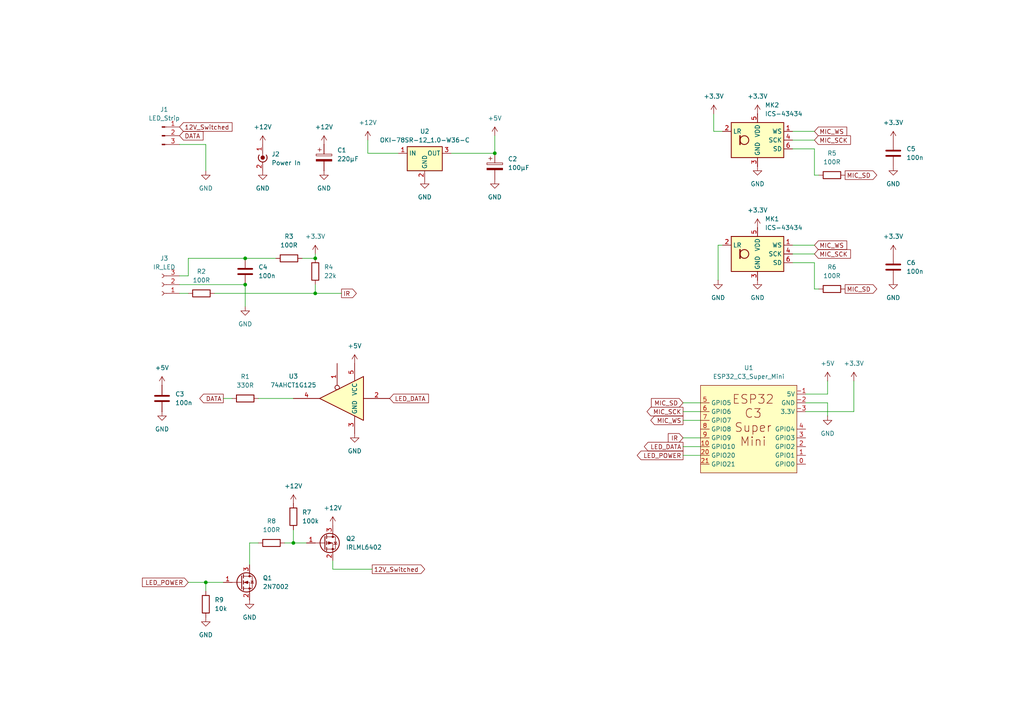
<source format=kicad_sch>
(kicad_sch (version 20250114) (generator "eeschema") (generator_version "9.0")
  (paper "A4")
  (lib_symbols
    (symbol "74xGxx:74AHCT1G125"
      (property "Reference" "U" (at -2.54 3.81 0))
      (property "Value" "74AHCT1G125" (at 0 -3.81 0))
      (symbol "74AHCT1G125_0_1"
        (polyline (pts (xy -7.62 6.35) (xy -7.62 -6.35) (xy 5.08 0) (xy -7.62 6.35)) (stroke (width 0.254)) (fill (type background)))
      )
      (symbol "74AHCT1G125_1_1"
        (pin input line (at -15.24 0 0) (length 7.62) (name "~") (number "2"))
        (pin power_in line (at -5.08 10.16 270) (length 5.08) (name "VCC") (number "5"))
        (pin power_in line (at -5.08 -10.16 90) (length 5.08) (name "GND") (number "3"))
        (pin input inverted (at 0 10.16 270) (length 7.62) (name "~") (number "1"))
        (pin tri_state line (at 12.7 0 180) (length 7.62) (name "~") (number "4"))
      )
    )
    (symbol "Connector:Conn_01x03_Pin" (pin_names (offset 1.016) (hide yes))
      (property "Reference" "J" (at 0 5.08 0))
      (property "Value" "Conn_01x03_Pin" (at 0 -5.08 0))
      (symbol "Conn_01x03_Pin_1_1"
        (rectangle (start 0.8636 2.667) (end 0 2.413) (stroke (width 0.1524)) (fill (type outline)))
        (rectangle (start 0.8636 0.127) (end 0 -0.127) (stroke (width 0.1524)) (fill (type outline)))
        (rectangle (start 0.8636 -2.413) (end 0 -2.667) (stroke (width 0.1524)) (fill (type outline)))
        (polyline (pts (xy 1.27 2.54) (xy 0.8636 2.54)) (stroke (width 0.1524)))
        (polyline (pts (xy 1.27 0) (xy 0.8636 0)) (stroke (width 0.1524)))
        (polyline (pts (xy 1.27 -2.54) (xy 0.8636 -2.54)) (stroke (width 0.1524)))
        (pin passive line (at 5.08 2.54 180) (length 3.81) (name "Pin_1") (number "1"))
        (pin passive line (at 5.08 0 180) (length 3.81) (name "Pin_2") (number "2"))
        (pin passive line (at 5.08 -2.54 180) (length 3.81) (name "Pin_3") (number "3"))
      )
    )
    (symbol "Connector:Conn_01x03_Socket" (pin_names (offset 1.016) (hide yes))
      (property "Reference" "J" (at 0 5.08 0))
      (property "Value" "Conn_01x03_Socket" (at 0 -5.08 0))
      (symbol "Conn_01x03_Socket_1_1"
        (polyline (pts (xy -1.27 2.54) (xy -0.508 2.54)) (stroke (width 0.1524)))
        (polyline (pts (xy -1.27 0) (xy -0.508 0)) (stroke (width 0.1524)))
        (polyline (pts (xy -1.27 -2.54) (xy -0.508 -2.54)) (stroke (width 0.1524)))
        (arc (start 0 2.032) (mid -0.5058 2.54) (end 0 3.048) (stroke (width 0.1524)))
        (arc (start 0 -0.508) (mid -0.5058 0) (end 0 0.508) (stroke (width 0.1524)))
        (arc (start 0 -3.048) (mid -0.5058 -2.54) (end 0 -2.032) (stroke (width 0.1524)))
        (pin passive line (at -5.08 2.54 0) (length 3.81) (name "Pin_1") (number "1"))
        (pin passive line (at -5.08 0 0) (length 3.81) (name "Pin_2") (number "2"))
        (pin passive line (at -5.08 -2.54 0) (length 3.81) (name "Pin_3") (number "3"))
      )
    )
    (symbol "Connector:Conn_Coaxial_Power" (pin_names (offset 1.016) (hide yes))
      (property "Reference" "J" (at -5.08 -1.27 90))
      (property "Value" "Conn_Coaxial_Power" (at -3.175 -1.27 90))
      (symbol "Conn_Coaxial_Power_0_1"
        (arc (start 1.016 -0.508) (mid 1.2048 -0.8684) (end 1.27 -1.27) (stroke (width 0.254)))
        (polyline (pts (xy 0 0) (xy 0 -1.27)))
        (arc (start 1.27 -1.27) (mid 0 -2.5345) (end -1.27 -1.27) (stroke (width 0.254)))
        (arc (start -1.27 -1.27) (mid -1.2048 -0.8684) (end -1.016 -0.508) (stroke (width 0.254)))
        (circle (center 0 -1.27) (radius 0.508) (stroke (width 0.2032)) (fill (type outline)))
        (polyline (pts (xy 0 -2.54) (xy 0 -3.048)))
      )
      (symbol "Conn_Coaxial_Power_1_1"
        (pin passive line (at 0 2.54 270) (length 2.54) (name "In") (number "1"))
        (pin passive line (at 0 -5.08 90) (length 2.54) (name "Ext") (number "2"))
      )
    )
    (symbol "Converter_DCDC:OKI-78SR-12_1.0-W36-C"
      (property "Reference" "U" (at -3.81 3.175 0))
      (property "Value" "OKI-78SR-12_1.0-W36-C" (at 0 3.175 0))
      (symbol "OKI-78SR-12_1.0-W36-C_0_1"
        (rectangle (start -5.08 1.905) (end 5.08 -5.08) (stroke (width 0.254)) (fill (type background)))
      )
      (symbol "OKI-78SR-12_1.0-W36-C_1_1"
        (pin power_in line (at -7.62 0 0) (length 2.54) (name "IN") (number "1"))
        (pin power_in line (at 0 -7.62 90) (length 2.54) (name "GND") (number "2"))
        (pin power_out line (at 7.62 0 180) (length 2.54) (name "OUT") (number "3"))
      )
    )
    (symbol "Device:C" (pin_numbers (hide yes)) (pin_names (offset 0.254))
      (property "Reference" "C" (at 0.635 2.54 0))
      (property "Value" "C" (at 0.635 -2.54 0))
      (symbol "C_0_1"
        (polyline (pts (xy -2.032 0.762) (xy 2.032 0.762)) (stroke (width 0.508)))
        (polyline (pts (xy -2.032 -0.762) (xy 2.032 -0.762)) (stroke (width 0.508)))
      )
      (symbol "C_1_1"
        (pin passive line (at 0 3.81 270) (length 2.794) (name "~") (number "1"))
        (pin passive line (at 0 -3.81 90) (length 2.794) (name "~") (number "2"))
      )
    )
    (symbol "Device:C_Polarized" (pin_numbers (hide yes)) (pin_names (offset 0.254))
      (property "Reference" "C" (at 0.635 2.54 0))
      (property "Value" "C_Polarized" (at 0.635 -2.54 0))
      (symbol "C_Polarized_0_1"
        (rectangle (start -2.286 0.508) (end 2.286 1.016))
        (polyline (pts (xy -1.778 2.286) (xy -0.762 2.286)))
        (polyline (pts (xy -1.27 2.794) (xy -1.27 1.778)))
        (rectangle (start 2.286 -0.508) (end -2.286 -1.016) (fill (type outline)))
      )
      (symbol "C_Polarized_1_1"
        (pin passive line (at 0 3.81 270) (length 2.794) (name "~") (number "1"))
        (pin passive line (at 0 -3.81 90) (length 2.794) (name "~") (number "2"))
      )
    )
    (symbol "Device:R" (pin_numbers (hide yes)) (pin_names (offset 0))
      (property "Reference" "R" (at 2.032 0 90))
      (property "Value" "R" (at 0 0 90))
      (symbol "R_0_1"
        (rectangle (start -1.016 -2.54) (end 1.016 2.54) (stroke (width 0.254)))
      )
      (symbol "R_1_1"
        (pin passive line (at 0 3.81 270) (length 1.27) (name "~") (number "1"))
        (pin passive line (at 0 -3.81 90) (length 1.27) (name "~") (number "2"))
      )
    )
    (symbol "Esp20A80V:ESP32_C2_Super_Mini"
      (property "Reference" "U" (at -12.7 12.7 0))
      (property "Value" "ESP32_C3_Super_Mini" (at -7.62 12.7 0))
      (symbol "ESP32_C2_Super_Mini_0_1"
        (rectangle (start -15.24 10.16) (end 12.7 -15.24) (fill (type background)))
      )
      (symbol "ESP32_C2_Super_Mini_1_0"
        (text "ESP32\nC3\nSuper\nMini" (at 0 0 0) (effects (font (size 2.54 2.54))))
      )
      (symbol "ESP32_C2_Super_Mini_1_1"
        (pin bidirectional line (at -15.24 5.08 0) (length 2.54) (name "GPIO5") (number "5"))
        (pin bidirectional line (at -15.24 2.54 0) (length 2.54) (name "GPIO6") (number "6"))
        (pin bidirectional line (at -15.24 0 0) (length 2.54) (name "GPIO7") (number "7"))
        (pin bidirectional line (at -15.24 -2.54 0) (length 2.54) (name "GPIO8") (number "8"))
        (pin bidirectional line (at -15.24 -5.08 0) (length 2.54) (name "GPIO9") (number "9"))
        (pin bidirectional line (at -15.24 -7.62 0) (length 2.54) (name "GPIO10") (number "10"))
        (pin bidirectional line (at -15.24 -10.16 0) (length 2.54) (name "GPIO20") (number "20"))
        (pin bidirectional line (at -15.24 -12.7 0) (length 2.54) (name "GPIO21") (number "21"))
        (pin power_in line (at 15.24 7.62 180) (length 2.54) (name "5V") (number "-1"))
        (pin power_in line (at 15.24 5.08 180) (length 2.54) (name "GND") (number "-2"))
        (pin power_out line (at 15.24 2.54 180) (length 2.54) (name "3.3V") (number "-3"))
        (pin bidirectional line (at 15.24 -2.54 180) (length 2.54) (name "GPIO4") (number "4"))
        (pin bidirectional line (at 15.24 -5.08 180) (length 2.54) (name "GPIO3") (number "3"))
        (pin bidirectional line (at 15.24 -7.62 180) (length 2.54) (name "GPIO2") (number "2"))
        (pin bidirectional line (at 15.24 -10.16 180) (length 2.54) (name "GPIO1") (number "1"))
        (pin bidirectional line (at 15.24 -12.7 180) (length 2.54) (name "GPIO0") (number "0"))
      )
    )
    (symbol "Sensor_Audio:ICS-43434"
      (property "Reference" "MK" (at -7.62 6.35 0))
      (property "Value" "ICS-43434" (at 1.27 6.35 0))
      (symbol "ICS-43434_1_1"
        (rectangle (start -7.62 5.08) (end 7.62 -5.08) (stroke (width 0.254)) (fill (type background)))
        (polyline (pts (xy -5.08 1.27) (xy -5.08 -1.27)) (stroke (width 0.381)))
        (circle (center -3.81 0) (radius 1.27) (stroke (width 0.254)))
        (pin input line (at -10.16 2.54 0) (length 2.54) (name "LR") (number "2"))
        (pin power_in line (at 0 7.62 270) (length 2.54) (name "VDD") (number "5"))
        (pin power_in line (at 0 -7.62 90) (length 2.54) (name "GND") (number "3"))
        (pin input line (at 10.16 2.54 180) (length 2.54) (name "WS") (number "1"))
        (pin input line (at 10.16 0 180) (length 2.54) (name "SCK") (number "4"))
        (pin output line (at 10.16 -2.54 180) (length 2.54) (name "SD") (number "6"))
      )
    )
    (symbol "Transistor_FET:2N7002" (pin_names (offset 0) (hide yes))
      (property "Reference" "Q" (at 5.08 1.905 0))
      (property "Value" "2N7002" (at 5.08 0 0))
      (symbol "2N7002_0_1"
        (polyline (pts (xy 0.254 1.905) (xy 0.254 -1.905)) (stroke (width 0.254)))
        (polyline (pts (xy 0.254 0) (xy -2.54 0)))
        (polyline (pts (xy 0.762 2.286) (xy 0.762 1.27)) (stroke (width 0.254)))
        (polyline (pts (xy 0.762 0.508) (xy 0.762 -0.508)) (stroke (width 0.254)))
        (polyline (pts (xy 0.762 -1.27) (xy 0.762 -2.286)) (stroke (width 0.254)))
        (polyline (pts (xy 0.762 -1.778) (xy 3.302 -1.778) (xy 3.302 1.778) (xy 0.762 1.778)))
        (polyline (pts (xy 1.016 0) (xy 2.032 0.381) (xy 2.032 -0.381) (xy 1.016 0)) (fill (type outline)))
        (circle (center 1.651 0) (radius 2.794) (stroke (width 0.254)))
        (polyline (pts (xy 2.54 2.54) (xy 2.54 1.778)))
        (circle (center 2.54 1.778) (radius 0.254) (fill (type outline)))
        (circle (center 2.54 -1.778) (radius 0.254) (fill (type outline)))
        (polyline (pts (xy 2.54 -2.54) (xy 2.54 0) (xy 0.762 0)))
        (polyline (pts (xy 2.921 0.381) (xy 3.683 0.381)))
        (polyline (pts (xy 3.302 0.381) (xy 2.921 -0.254) (xy 3.683 -0.254) (xy 3.302 0.381)))
      )
      (symbol "2N7002_1_1"
        (pin input line (at -5.08 0 0) (length 2.54) (name "G") (number "1"))
        (pin passive line (at 2.54 5.08 270) (length 2.54) (name "D") (number "3"))
        (pin passive line (at 2.54 -5.08 90) (length 2.54) (name "S") (number "2"))
      )
    )
    (symbol "Transistor_FET:IRLML6402" (pin_names (hide yes))
      (property "Reference" "Q" (at 5.08 1.905 0))
      (property "Value" "IRLML6402" (at 5.08 0 0))
      (symbol "IRLML6402_0_1"
        (polyline (pts (xy 0.254 1.905) (xy 0.254 -1.905)) (stroke (width 0.254)))
        (polyline (pts (xy 0.254 0) (xy -2.54 0)))
        (polyline (pts (xy 0.762 2.286) (xy 0.762 1.27)) (stroke (width 0.254)))
        (polyline (pts (xy 0.762 1.778) (xy 3.302 1.778) (xy 3.302 -1.778) (xy 0.762 -1.778)))
        (polyline (pts (xy 0.762 0.508) (xy 0.762 -0.508)) (stroke (width 0.254)))
        (polyline (pts (xy 0.762 -1.27) (xy 0.762 -2.286)) (stroke (width 0.254)))
        (circle (center 1.651 0) (radius 2.794) (stroke (width 0.254)))
        (polyline (pts (xy 2.286 0) (xy 1.27 0.381) (xy 1.27 -0.381) (xy 2.286 0)) (fill (type outline)))
        (polyline (pts (xy 2.54 2.54) (xy 2.54 1.778)))
        (circle (center 2.54 1.778) (radius 0.254) (fill (type outline)))
        (circle (center 2.54 -1.778) (radius 0.254) (fill (type outline)))
        (polyline (pts (xy 2.54 -2.54) (xy 2.54 0) (xy 0.762 0)))
        (polyline (pts (xy 2.794 -0.508) (xy 2.921 -0.381) (xy 3.683 -0.381) (xy 3.81 -0.254)))
        (polyline (pts (xy 3.302 -0.381) (xy 2.921 0.254) (xy 3.683 0.254) (xy 3.302 -0.381)))
      )
      (symbol "IRLML6402_1_1"
        (pin input line (at -5.08 0 0) (length 2.54) (name "G") (number "1"))
        (pin passive line (at 2.54 5.08 270) (length 2.54) (name "D") (number "3"))
        (pin passive line (at 2.54 -5.08 90) (length 2.54) (name "S") (number "2"))
      )
    )
    (symbol "power:+12V" (power) (pin_numbers (hide yes)) (pin_names (offset 0) (hide yes))
      (property "Value" "+12V" (at 0 3.556 0))
      (symbol "+12V_0_1"
        (polyline (pts (xy -0.762 1.27) (xy 0 2.54)))
        (polyline (pts (xy 0 2.54) (xy 0.762 1.27)))
        (polyline (pts (xy 0 0) (xy 0 2.54)))
      )
      (symbol "+12V_1_1"
        (pin power_in line (at 0 0 90) (length 0) (name "~") (number "1"))
      )
    )
    (symbol "power:+3.3V" (power) (pin_numbers (hide yes)) (pin_names (offset 0) (hide yes))
      (property "Value" "+3.3V" (at 0 3.556 0))
      (symbol "+3.3V_0_1"
        (polyline (pts (xy -0.762 1.27) (xy 0 2.54)))
        (polyline (pts (xy 0 2.54) (xy 0.762 1.27)))
        (polyline (pts (xy 0 0) (xy 0 2.54)))
      )
      (symbol "+3.3V_1_1"
        (pin power_in line (at 0 0 90) (length 0) (name "~") (number "1"))
      )
    )
    (symbol "power:+5V" (power) (pin_numbers (hide yes)) (pin_names (offset 0) (hide yes))
      (property "Value" "+5V" (at 0 3.556 0))
      (symbol "+5V_0_1"
        (polyline (pts (xy -0.762 1.27) (xy 0 2.54)))
        (polyline (pts (xy 0 2.54) (xy 0.762 1.27)))
        (polyline (pts (xy 0 0) (xy 0 2.54)))
      )
      (symbol "+5V_1_1"
        (pin power_in line (at 0 0 90) (length 0) (name "~") (number "1"))
      )
    )
    (symbol "power:GND" (power) (pin_numbers (hide yes)) (pin_names (offset 0) (hide yes))
      (property "Value" "GND" (at 0 -3.81 0))
      (symbol "GND_0_1"
        (polyline (pts (xy 0 0) (xy 0 -1.27) (xy 1.27 -1.27) (xy 0 -2.54) (xy -1.27 -1.27) (xy 0 -1.27)))
      )
      (symbol "GND_1_1"
        (pin power_in line (at 0 0 270) (length 0) (name "~") (number "1"))
      )
    )
  )
  (junction (at 91.44 85.09))
  (junction (at 91.44 74.93))
  (junction (at 59.69 168.91))
  (junction (at 143.51 44.45))
  (junction (at 71.12 74.93))
  (junction (at 85.09 157.48))
  (junction (at 71.12 82.55))
  (wire (pts (xy 74.93 115.57) (xy 85.09 115.57)))
  (wire (pts (xy 207.01 38.1) (xy 209.55 38.1)))
  (wire (pts (xy 106.68 44.45) (xy 106.68 40.64)))
  (wire (pts (xy 130.81 44.45) (xy 143.51 44.45)))
  (wire (pts (xy 237.49 50.8) (xy 236.22 50.8)))
  (wire (pts (xy 209.55 71.12) (xy 208.28 71.12)))
  (wire (pts (xy 107.95 165.1) (xy 96.52 165.1)))
  (wire (pts (xy 233.68 116.84) (xy 240.03 116.84)))
  (wire (pts (xy 229.87 73.66) (xy 236.22 73.66)))
  (wire (pts (xy 59.69 168.91) (xy 59.69 171.45)))
  (wire (pts (xy 72.39 157.48) (xy 72.39 163.83)))
  (wire (pts (xy 52.07 80.01) (xy 54.61 80.01)))
  (wire (pts (xy 96.52 165.1) (xy 96.52 162.56)))
  (wire (pts (xy 236.22 83.82) (xy 236.22 76.2)))
  (wire (pts (xy 198.12 132.08) (xy 203.2 132.08)))
  (wire (pts (xy 52.07 82.55) (xy 71.12 82.55)))
  (wire (pts (xy 240.03 114.3) (xy 233.68 114.3)))
  (wire (pts (xy 236.22 50.8) (xy 236.22 43.18)))
  (wire (pts (xy 91.44 82.55) (xy 91.44 85.09)))
  (wire (pts (xy 67.31 115.57) (xy 64.77 115.57)))
  (wire (pts (xy 99.06 85.09) (xy 91.44 85.09)))
  (wire (pts (xy 52.07 85.09) (xy 54.61 85.09)))
  (wire (pts (xy 208.28 71.12) (xy 208.28 81.28)))
  (wire (pts (xy 71.12 82.55) (xy 71.12 88.9)))
  (wire (pts (xy 229.87 38.1) (xy 236.22 38.1)))
  (wire (pts (xy 198.12 119.38) (xy 203.2 119.38)))
  (wire (pts (xy 229.87 71.12) (xy 236.22 71.12)))
  (wire (pts (xy 207.01 33.02) (xy 207.01 38.1)))
  (wire (pts (xy 85.09 157.48) (xy 85.09 153.67)))
  (wire (pts (xy 54.61 74.93) (xy 54.61 80.01)))
  (wire (pts (xy 240.03 110.49) (xy 240.03 114.3)))
  (wire (pts (xy 229.87 40.64) (xy 236.22 40.64)))
  (wire (pts (xy 229.87 43.18) (xy 236.22 43.18)))
  (wire (pts (xy 82.55 157.48) (xy 85.09 157.48)))
  (wire (pts (xy 198.12 121.92) (xy 203.2 121.92)))
  (wire (pts (xy 54.61 168.91) (xy 59.69 168.91)))
  (wire (pts (xy 198.12 127) (xy 203.2 127)))
  (wire (pts (xy 80.01 74.93) (xy 71.12 74.93)))
  (wire (pts (xy 59.69 41.91) (xy 59.69 49.53)))
  (wire (pts (xy 115.57 44.45) (xy 106.68 44.45)))
  (wire (pts (xy 64.77 168.91) (xy 59.69 168.91)))
  (wire (pts (xy 91.44 74.93) (xy 87.63 74.93)))
  (wire (pts (xy 91.44 85.09) (xy 62.23 85.09)))
  (wire (pts (xy 143.51 44.45) (xy 143.51 39.37)))
  (wire (pts (xy 233.68 119.38) (xy 247.65 119.38)))
  (wire (pts (xy 247.65 119.38) (xy 247.65 110.49)))
  (wire (pts (xy 74.93 157.48) (xy 72.39 157.48)))
  (wire (pts (xy 198.12 129.54) (xy 203.2 129.54)))
  (wire (pts (xy 198.12 116.84) (xy 203.2 116.84)))
  (wire (pts (xy 237.49 83.82) (xy 236.22 83.82)))
  (wire (pts (xy 91.44 73.66) (xy 91.44 74.93)))
  (wire (pts (xy 88.9 157.48) (xy 85.09 157.48)))
  (wire (pts (xy 229.87 76.2) (xy 236.22 76.2)))
  (wire (pts (xy 52.07 41.91) (xy 59.69 41.91)))
  (wire (pts (xy 54.61 74.93) (xy 71.12 74.93)))
  (wire (pts (xy 240.03 116.84) (xy 240.03 120.65)))
  (global_label "LED_POWER" (shape input) (at 54.61 168.91 180) (property "Intersheetrefs" "${INTERSHEET_REFS}" (effects (hide yes))))
  (global_label "MIC_SCK" (shape input) (at 236.22 73.66 0) (property "Intersheetrefs" "${INTERSHEET_REFS}" (effects (hide yes))))
  (global_label "DATA" (shape output) (at 64.77 115.57 180) (property "Intersheetrefs" "${INTERSHEET_REFS}" (effects (hide yes))))
  (global_label "MIC_SD" (shape output) (at 245.11 50.8 0) (property "Intersheetrefs" "${INTERSHEET_REFS}" (effects (hide yes))))
  (global_label "LED_DATA" (shape input) (at 113.03 115.57 0) (property "Intersheetrefs" "${INTERSHEET_REFS}" (effects (hide yes))))
  (global_label "LED_DATA" (shape output) (at 198.12 129.54 180) (property "Intersheetrefs" "${INTERSHEET_REFS}" (effects (hide yes))))
  (global_label "12V_Switched" (shape output) (at 107.95 165.1 0) (property "Intersheetrefs" "${INTERSHEET_REFS}" (effects (hide yes))))
  (global_label "MIC_SCK" (shape output) (at 198.12 119.38 180) (property "Intersheetrefs" "${INTERSHEET_REFS}" (effects (hide yes))))
  (global_label "MIC_SD" (shape output) (at 245.11 83.82 0) (property "Intersheetrefs" "${INTERSHEET_REFS}" (effects (hide yes))))
  (global_label "MIC_WS" (shape output) (at 198.12 121.92 180) (property "Intersheetrefs" "${INTERSHEET_REFS}" (effects (hide yes))))
  (global_label "MIC_SD" (shape input) (at 198.12 116.84 180) (property "Intersheetrefs" "${INTERSHEET_REFS}" (effects (hide yes))))
  (global_label "MIC_WS" (shape input) (at 236.22 71.12 0) (property "Intersheetrefs" "${INTERSHEET_REFS}" (effects (hide yes))))
  (global_label "MIC_SCK" (shape input) (at 236.22 40.64 0) (property "Intersheetrefs" "${INTERSHEET_REFS}" (effects (hide yes))))
  (global_label "IR" (shape input) (at 198.12 127 180) (property "Intersheetrefs" "${INTERSHEET_REFS}" (effects (hide yes))))
  (global_label "DATA" (shape input) (at 52.07 39.37 0) (property "Intersheetrefs" "${INTERSHEET_REFS}" (effects (hide yes))))
  (global_label "MIC_WS" (shape input) (at 236.22 38.1 0) (property "Intersheetrefs" "${INTERSHEET_REFS}" (effects (hide yes))))
  (global_label "LED_POWER" (shape output) (at 198.12 132.08 180) (property "Intersheetrefs" "${INTERSHEET_REFS}" (effects (hide yes))))
  (global_label "IR" (shape output) (at 99.06 85.09 0) (property "Intersheetrefs" "${INTERSHEET_REFS}" (effects (hide yes))))
  (global_label "12V_Switched" (shape input) (at 52.07 36.83 0) (property "Intersheetrefs" "${INTERSHEET_REFS}" (effects (hide yes))))
  (symbol (lib_id "Connector:Conn_01x03_Pin") (at 46.99 39.37 0) (unit 1)
    (property "Reference" "J1" (at 47.625 31.75 0))
    (property "Value" "LED_Strip" (at 47.625 34.29 0))
    (property "Description" "Generic connector, single row, 01x03, script generated" (effects (hide yes)))
  )
  (symbol (lib_id "Sensor_Audio:ICS-43434") (at 219.71 73.66 0) (unit 1)
    (property "Reference" "MK1" (at 221.8533 63.5 0) (effects (justify left)))
    (property "Value" "ICS-43434" (at 221.8533 66.04 0) (effects (justify left)))
    (property "Footprint" "Sensor_Audio:InvenSense_ICS-43434-6_3.5x2.65mm" (effects (hide yes)))
    (property "Datasheet" "https://www.invensense.com/wp-content/uploads/2016/02/DS-000069-ICS-43434-v1.2.pdf" (effects (hide yes)))
    (property "Description" "TDK InvenSense MEMS Microphone, 24-bit I2S, 65 dBA SNR, LGA-6" (effects (hide yes)))
  )
  (symbol (lib_id "power:+12V") (at 76.2 41.91 0) (unit 1)
    (property "Reference" "#PWR03" (effects (hide yes)))
    (property "Value" "+12V" (at 76.2 36.83 0))
    (property "Description" "Power symbol creates a global label with name \"+12V\"" (effects (hide yes)))
  )
  (symbol (lib_id "power:+12V") (at 96.52 152.4 0) (unit 1)
    (property "Reference" "#PWR029" (effects (hide yes)))
    (property "Value" "+12V" (at 96.52 147.32 0))
    (property "Description" "Power symbol creates a global label with name \"+12V\"" (effects (hide yes)))
  )
  (symbol (lib_id "power:+12V") (at 85.09 146.05 0) (unit 1)
    (property "Reference" "#PWR030" (effects (hide yes)))
    (property "Value" "+12V" (at 85.09 140.97 0))
    (property "Description" "Power symbol creates a global label with name \"+12V\"" (effects (hide yes)))
  )
  (symbol (lib_id "Transistor_FET:2N7002") (at 69.85 168.91 0) (unit 1)
    (property "Reference" "Q1" (at 76.2 167.6399 0) (effects (justify left)))
    (property "Value" "2N7002" (at 76.2 170.1799 0) (effects (justify left)))
    (property "Footprint" "Package_TO_SOT_SMD:SOT-23" (effects (hide yes)))
    (property "Datasheet" "https://www.onsemi.com/pub/Collateral/NDS7002A-D.PDF" (effects (hide yes)))
    (property "Description" "0.115A Id, 60V Vds, N-Channel MOSFET, SOT-23" (effects (hide yes)))
  )
  (symbol (lib_id "Device:C") (at 46.99 115.57 0) (unit 1)
    (property "Reference" "C3" (at 50.8 114.2999 0) (effects (justify left)))
    (property "Value" "100n" (at 50.8 116.8399 0) (effects (justify left)))
    (property "Description" "Unpolarized capacitor" (effects (hide yes)))
  )
  (symbol (lib_id "Device:C") (at 71.12 78.74 0) (unit 1)
    (property "Reference" "C4" (at 74.93 77.4699 0) (effects (justify left)))
    (property "Value" "100n" (at 74.93 80.0099 0) (effects (justify left)))
    (property "Description" "Unpolarized capacitor" (effects (hide yes)))
  )
  (symbol (lib_id "power:+3.3V") (at 259.08 40.64 0) (unit 1)
    (property "Reference" "#PWR022" (effects (hide yes)))
    (property "Value" "+3.3V" (at 259.08 35.56 0))
    (property "Description" "Power symbol creates a global label with name \"+3.3V\"" (effects (hide yes)))
  )
  (symbol (lib_id "74xGxx:74AHCT1G125") (at 97.79 115.57 0) (mirror y) (unit 1)
    (property "Reference" "U3" (at 85.09 109.1498 0))
    (property "Value" "74AHCT1G125" (at 85.09 111.6898 0))
    (property "Datasheet" "http://www.ti.com/lit/sg/scyt129e/scyt129e.pdf" (effects (hide yes)))
    (property "Description" "Single Buffer Gate Tri-State, Low-Voltage CMOS" (effects (hide yes)))
  )
  (symbol (lib_id "Device:R") (at 78.74 157.48 270) (unit 1)
    (property "Reference" "R8" (at 78.74 151.13 90))
    (property "Value" "100R" (at 78.74 153.67 90))
    (property "Description" "Resistor" (effects (hide yes)))
  )
  (symbol (lib_id "power:+5V") (at 240.03 110.49 0) (unit 1)
    (property "Reference" "#PWR010" (effects (hide yes)))
    (property "Value" "+5V" (at 240.03 105.41 0))
    (property "Description" "Power symbol creates a global label with name \"+5V\"" (effects (hide yes)))
  )
  (symbol (lib_id "power:GND") (at 123.19 52.07 0) (unit 1)
    (property "Reference" "#PWR07" (effects (hide yes)))
    (property "Value" "GND" (at 123.19 57.15 0))
    (property "Description" "Power symbol creates a global label with name \"GND\" , ground" (effects (hide yes)))
  )
  (symbol (lib_id "power:+5V") (at 46.99 111.76 0) (unit 1)
    (property "Reference" "#PWR015" (effects (hide yes)))
    (property "Value" "+5V" (at 46.99 106.68 0))
    (property "Description" "Power symbol creates a global label with name \"+5V\"" (effects (hide yes)))
  )
  (symbol (lib_id "power:+3.3V") (at 259.08 73.66 0) (unit 1)
    (property "Reference" "#PWR027" (effects (hide yes)))
    (property "Value" "+3.3V" (at 259.08 68.58 0))
    (property "Description" "Power symbol creates a global label with name \"+3.3V\"" (effects (hide yes)))
  )
  (symbol (lib_id "power:+3.3V") (at 91.44 73.66 0) (unit 1)
    (property "Reference" "#PWR017" (effects (hide yes)))
    (property "Value" "+3.3V" (at 91.44 68.58 0))
    (property "Description" "Power symbol creates a global label with name \"+3.3V\"" (effects (hide yes)))
  )
  (symbol (lib_id "power:GND") (at 240.03 120.65 0) (unit 1)
    (property "Reference" "#PWR011" (effects (hide yes)))
    (property "Value" "GND" (at 240.03 125.73 0))
    (property "Description" "Power symbol creates a global label with name \"GND\" , ground" (effects (hide yes)))
  )
  (symbol (lib_id "power:GND") (at 259.08 81.28 0) (unit 1)
    (property "Reference" "#PWR028" (effects (hide yes)))
    (property "Value" "GND" (at 259.08 86.36 0))
    (property "Description" "Power symbol creates a global label with name \"GND\" , ground" (effects (hide yes)))
  )
  (symbol (lib_id "Device:R") (at 59.69 175.26 0) (unit 1)
    (property "Reference" "R9" (at 62.23 173.9899 0) (effects (justify left)))
    (property "Value" "10k" (at 62.23 176.5299 0) (effects (justify left)))
    (property "Description" "Resistor" (effects (hide yes)))
  )
  (symbol (lib_id "power:+3.3V") (at 207.01 33.02 0) (unit 1)
    (property "Reference" "#PWR023" (effects (hide yes)))
    (property "Value" "+3.3V" (at 207.01 27.94 0))
    (property "Description" "Power symbol creates a global label with name \"+3.3V\"" (effects (hide yes)))
  )
  (symbol (lib_id "power:GND") (at 46.99 119.38 0) (unit 1)
    (property "Reference" "#PWR016" (effects (hide yes)))
    (property "Value" "GND" (at 46.99 124.46 0))
    (property "Description" "Power symbol creates a global label with name \"GND\" , ground" (effects (hide yes)))
  )
  (symbol (lib_id "power:GND") (at 102.87 125.73 0) (unit 1)
    (property "Reference" "#PWR013" (effects (hide yes)))
    (property "Value" "GND" (at 102.87 130.81 0))
    (property "Description" "Power symbol creates a global label with name \"GND\" , ground" (effects (hide yes)))
  )
  (symbol (lib_id "Device:C") (at 259.08 77.47 0) (unit 1)
    (property "Reference" "C6" (at 262.89 76.1999 0) (effects (justify left)))
    (property "Value" "100n" (at 262.89 78.7399 0) (effects (justify left)))
    (property "Description" "Unpolarized capacitor" (effects (hide yes)))
  )
  (symbol (lib_id "power:+12V") (at 106.68 40.64 0) (unit 1)
    (property "Reference" "#PWR06" (effects (hide yes)))
    (property "Value" "+12V" (at 106.68 35.56 0))
    (property "Description" "Power symbol creates a global label with name \"+12V\"" (effects (hide yes)))
  )
  (symbol (lib_id "power:+5V") (at 102.87 105.41 0) (unit 1)
    (property "Reference" "#PWR014" (effects (hide yes)))
    (property "Value" "+5V" (at 102.87 100.33 0))
    (property "Description" "Power symbol creates a global label with name \"+5V\"" (effects (hide yes)))
  )
  (symbol (lib_id "Sensor_Audio:ICS-43434") (at 219.71 40.64 0) (unit 1)
    (property "Reference" "MK2" (at 221.8533 30.48 0) (effects (justify left)))
    (property "Value" "ICS-43434" (at 221.8533 33.02 0) (effects (justify left)))
    (property "Footprint" "Sensor_Audio:InvenSense_ICS-43434-6_3.5x2.65mm" (effects (hide yes)))
    (property "Datasheet" "https://www.invensense.com/wp-content/uploads/2016/02/DS-000069-ICS-43434-v1.2.pdf" (effects (hide yes)))
    (property "Description" "TDK InvenSense MEMS Microphone, 24-bit I2S, 65 dBA SNR, LGA-6" (effects (hide yes)))
  )
  (symbol (lib_id "Connector:Conn_01x03_Socket") (at 46.99 82.55 180) (unit 1)
    (property "Reference" "J3" (at 47.625 74.93 0))
    (property "Value" "IR_LED" (at 47.625 77.47 0))
    (property "Description" "Generic connector, single row, 01x03, script generated" (effects (hide yes)))
  )
  (symbol (lib_id "power:+12V") (at 93.98 41.91 0) (unit 1)
    (property "Reference" "#PWR04" (effects (hide yes)))
    (property "Value" "+12V" (at 93.98 36.83 0))
    (property "Description" "Power symbol creates a global label with name \"+12V\"" (effects (hide yes)))
  )
  (symbol (lib_id "power:GND") (at 219.71 81.28 0) (unit 1)
    (property "Reference" "#PWR026" (effects (hide yes)))
    (property "Value" "GND" (at 219.71 86.36 0))
    (property "Description" "Power symbol creates a global label with name \"GND\" , ground" (effects (hide yes)))
  )
  (symbol (lib_id "Device:R") (at 241.3 83.82 90) (unit 1)
    (property "Reference" "R6" (at 241.3 77.47 90))
    (property "Value" "100R" (at 241.3 80.01 90))
    (property "Description" "Resistor" (effects (hide yes)))
  )
  (symbol (lib_id "power:GND") (at 259.08 48.26 0) (unit 1)
    (property "Reference" "#PWR021" (effects (hide yes)))
    (property "Value" "GND" (at 259.08 53.34 0))
    (property "Description" "Power symbol creates a global label with name \"GND\" , ground" (effects (hide yes)))
  )
  (symbol (lib_id "Device:R") (at 241.3 50.8 90) (unit 1)
    (property "Reference" "R5" (at 241.3 44.45 90))
    (property "Value" "100R" (at 241.3 46.99 90))
    (property "Description" "Resistor" (effects (hide yes)))
  )
  (symbol (lib_id "power:+5V") (at 143.51 39.37 0) (unit 1)
    (property "Reference" "#PWR08" (effects (hide yes)))
    (property "Value" "+5V" (at 143.51 34.29 0))
    (property "Description" "Power symbol creates a global label with name \"+5V\"" (effects (hide yes)))
  )
  (symbol (lib_id "Converter_DCDC:OKI-78SR-12_1.0-W36-C") (at 123.19 44.45 0) (unit 1)
    (property "Reference" "U2" (at 123.19 38.1 0))
    (property "Value" "OKI-78SR-12_1.0-W36-C" (at 123.19 40.64 0))
    (property "Footprint" "Converter_DCDC:Converter_DCDC_Murata_OKI-78SR_Vertical" (effects (hide yes)))
    (property "Datasheet" "https://power.murata.com/data/power/oki-78sr.pdf" (effects (hide yes)))
    (property "Description" "1.0A Step-Down DC/DC-Regulator, 15-36V input, 12V fixed Output Voltage, LM78xx replacement, -40°C to +85°C, OKI-78SR_Vertical" (effects (hide yes)))
  )
  (symbol (lib_id "Device:R") (at 83.82 74.93 90) (unit 1)
    (property "Reference" "R3" (at 83.82 68.58 90))
    (property "Value" "100R" (at 83.82 71.12 90))
    (property "Description" "Resistor" (effects (hide yes)))
  )
  (symbol (lib_id "Device:R") (at 58.42 85.09 90) (unit 1)
    (property "Reference" "R2" (at 58.42 78.74 90))
    (property "Value" "100R" (at 58.42 81.28 90))
    (property "Description" "Resistor" (effects (hide yes)))
  )
  (symbol (lib_id "power:GND") (at 93.98 49.53 0) (unit 1)
    (property "Reference" "#PWR05" (effects (hide yes)))
    (property "Value" "GND" (at 93.98 54.61 0))
    (property "Description" "Power symbol creates a global label with name \"GND\" , ground" (effects (hide yes)))
  )
  (symbol (lib_id "power:+3.3V") (at 219.71 66.04 0) (unit 1)
    (property "Reference" "#PWR025" (effects (hide yes)))
    (property "Value" "+3.3V" (at 219.71 60.96 0))
    (property "Description" "Power symbol creates a global label with name \"+3.3V\"" (effects (hide yes)))
  )
  (symbol (lib_id "power:GND") (at 143.51 52.07 0) (unit 1)
    (property "Reference" "#PWR09" (effects (hide yes)))
    (property "Value" "GND" (at 143.51 57.15 0))
    (property "Description" "Power symbol creates a global label with name \"GND\" , ground" (effects (hide yes)))
  )
  (symbol (lib_id "Device:C_Polarized") (at 143.51 48.26 0) (unit 1)
    (property "Reference" "C2" (at 147.32 46.1009 0) (effects (justify left)))
    (property "Value" "100µF" (at 147.32 48.6409 0) (effects (justify left)))
    (property "Description" "Polarized capacitor" (effects (hide yes)))
  )
  (symbol (lib_id "Connector:Conn_Coaxial_Power") (at 76.2 44.45 0) (unit 1)
    (property "Reference" "J2" (at 78.74 44.7039 0) (effects (justify left)))
    (property "Value" "Power In" (at 78.74 47.2439 0) (effects (justify left)))
    (property "Description" "coaxial connector (BNC, SMA, SMB, SMC, Cinch/RCA, LEMO, ...)" (effects (hide yes)))
  )
  (symbol (lib_id "Device:R") (at 85.09 149.86 180) (unit 1)
    (property "Reference" "R7" (at 87.63 148.5899 0) (effects (justify right)))
    (property "Value" "100k" (at 87.63 151.1299 0) (effects (justify right)))
    (property "Description" "Resistor" (effects (hide yes)))
  )
  (symbol (lib_id "Device:R") (at 71.12 115.57 90) (unit 1)
    (property "Reference" "R1" (at 71.12 109.22 90))
    (property "Value" "330R" (at 71.12 111.76 90))
    (property "Description" "Resistor" (effects (hide yes)))
  )
  (symbol (lib_id "power:GND") (at 72.39 173.99 0) (unit 1)
    (property "Reference" "#PWR031" (effects (hide yes)))
    (property "Value" "GND" (at 72.39 179.07 0))
    (property "Description" "Power symbol creates a global label with name \"GND\" , ground" (effects (hide yes)))
  )
  (symbol (lib_id "power:GND") (at 76.2 49.53 0) (unit 1)
    (property "Reference" "#PWR02" (effects (hide yes)))
    (property "Value" "GND" (at 76.2 54.61 0))
    (property "Description" "Power symbol creates a global label with name \"GND\" , ground" (effects (hide yes)))
  )
  (symbol (lib_id "Device:C") (at 259.08 44.45 0) (unit 1)
    (property "Reference" "C5" (at 262.89 43.1799 0) (effects (justify left)))
    (property "Value" "100n" (at 262.89 45.7199 0) (effects (justify left)))
    (property "Description" "Unpolarized capacitor" (effects (hide yes)))
  )
  (symbol (lib_id "power:GND") (at 59.69 179.07 0) (unit 1)
    (property "Reference" "#PWR032" (effects (hide yes)))
    (property "Value" "GND" (at 59.69 184.15 0))
    (property "Description" "Power symbol creates a global label with name \"GND\" , ground" (effects (hide yes)))
  )
  (symbol (lib_id "power:GND") (at 219.71 48.26 0) (unit 1)
    (property "Reference" "#PWR020" (effects (hide yes)))
    (property "Value" "GND" (at 219.71 53.34 0))
    (property "Description" "Power symbol creates a global label with name \"GND\" , ground" (effects (hide yes)))
  )
  (symbol (lib_id "Device:C_Polarized") (at 93.98 45.72 0) (unit 1)
    (property "Reference" "C1" (at 97.79 43.5609 0) (effects (justify left)))
    (property "Value" "220µF" (at 97.79 46.1009 0) (effects (justify left)))
    (property "Description" "Polarized capacitor" (effects (hide yes)))
  )
  (symbol (lib_id "power:+3.3V") (at 219.71 33.02 0) (unit 1)
    (property "Reference" "#PWR019" (effects (hide yes)))
    (property "Value" "+3.3V" (at 219.71 27.94 0))
    (property "Description" "Power symbol creates a global label with name \"+3.3V\"" (effects (hide yes)))
  )
  (symbol (lib_id "Transistor_FET:IRLML6402") (at 93.98 157.48 0) (unit 1)
    (property "Reference" "Q2" (at 100.33 156.2099 0) (effects (justify left)))
    (property "Value" "IRLML6402" (at 100.33 158.7499 0) (effects (justify left)))
    (property "Footprint" "Package_TO_SOT_SMD:SOT-23" (effects (hide yes)))
    (property "Datasheet" "https://www.infineon.com/dgdl/irlml6402pbf.pdf?fileId=5546d462533600a401535668d5c2263c" (effects (hide yes)))
    (property "Description" "-3.7A Id, -20V Vds, 65mOhm Rds, P-Channel HEXFET Power MOSFET, SOT-23" (effects (hide yes)))
  )
  (symbol (lib_id "Device:R") (at 91.44 78.74 180) (unit 1)
    (property "Reference" "R4" (at 93.98 77.4699 0) (effects (justify right)))
    (property "Value" "22k" (at 93.98 80.0099 0) (effects (justify right)))
    (property "Description" "Resistor" (effects (hide yes)))
  )
  (symbol (lib_id "power:GND") (at 71.12 88.9 0) (unit 1)
    (property "Reference" "#PWR018" (effects (hide yes)))
    (property "Value" "GND" (at 71.12 93.98 0))
    (property "Description" "Power symbol creates a global label with name \"GND\" , ground" (effects (hide yes)))
  )
  (symbol (lib_id "Esp20A80V:ESP32_C2_Super_Mini") (at 218.44 121.92 0) (unit 1)
    (property "Reference" "U1" (at 217.17 106.68 0))
    (property "Value" "ESP32_C3_Super_Mini" (at 217.17 109.22 0))
    (property "Footprint" "Esp20A80V:ESP32_C3_Super_Mini" (effects (hide yes)))
    (property "Datasheet" "https://microsoft.github.io/devicescript/devices/esp32/esp32c3-supermini" (effects (hide yes)))
  )
  (symbol (lib_id "power:GND") (at 208.28 81.28 0) (unit 1)
    (property "Reference" "#PWR024" (effects (hide yes)))
    (property "Value" "GND" (at 208.28 86.36 0))
    (property "Description" "Power symbol creates a global label with name \"GND\" , ground" (effects (hide yes)))
  )
  (symbol (lib_id "power:+3.3V") (at 247.65 110.49 0) (unit 1)
    (property "Reference" "#PWR012" (effects (hide yes)))
    (property "Value" "+3.3V" (at 247.65 105.41 0))
    (property "Description" "Power symbol creates a global label with name \"+3.3V\"" (effects (hide yes)))
  )
  (symbol (lib_id "power:GND") (at 59.69 49.53 0) (unit 1)
    (property "Reference" "#PWR01" (effects (hide yes)))
    (property "Value" "GND" (at 59.69 54.61 0))
    (property "Description" "Power symbol creates a global label with name \"GND\" , ground" (effects (hide yes)))
  )
)
</source>
